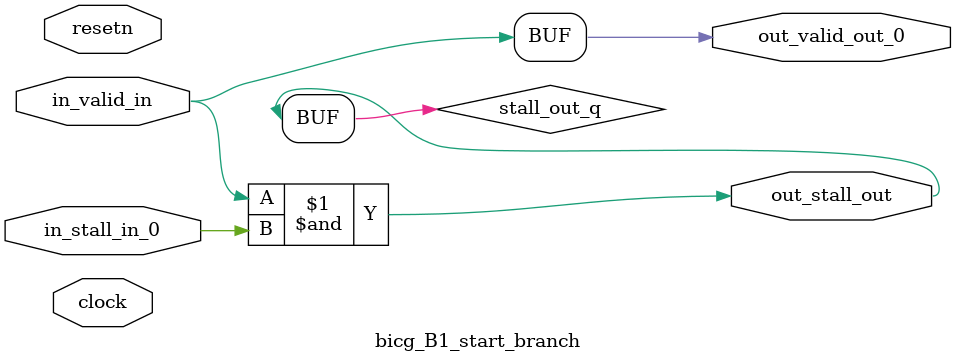
<source format=sv>



(* altera_attribute = "-name AUTO_SHIFT_REGISTER_RECOGNITION OFF; -name MESSAGE_DISABLE 10036; -name MESSAGE_DISABLE 10037; -name MESSAGE_DISABLE 14130; -name MESSAGE_DISABLE 14320; -name MESSAGE_DISABLE 15400; -name MESSAGE_DISABLE 14130; -name MESSAGE_DISABLE 10036; -name MESSAGE_DISABLE 12020; -name MESSAGE_DISABLE 12030; -name MESSAGE_DISABLE 12010; -name MESSAGE_DISABLE 12110; -name MESSAGE_DISABLE 14320; -name MESSAGE_DISABLE 13410; -name MESSAGE_DISABLE 113007; -name MESSAGE_DISABLE 10958" *)
module bicg_B1_start_branch (
    input wire [0:0] in_stall_in_0,
    input wire [0:0] in_valid_in,
    output wire [0:0] out_stall_out,
    output wire [0:0] out_valid_out_0,
    input wire clock,
    input wire resetn
    );

    wire [0:0] stall_out_q;


    // stall_out(LOGICAL,6)
    assign stall_out_q = in_valid_in & in_stall_in_0;

    // out_stall_out(GPOUT,4)
    assign out_stall_out = stall_out_q;

    // out_valid_out_0(GPOUT,5)
    assign out_valid_out_0 = in_valid_in;

endmodule

</source>
